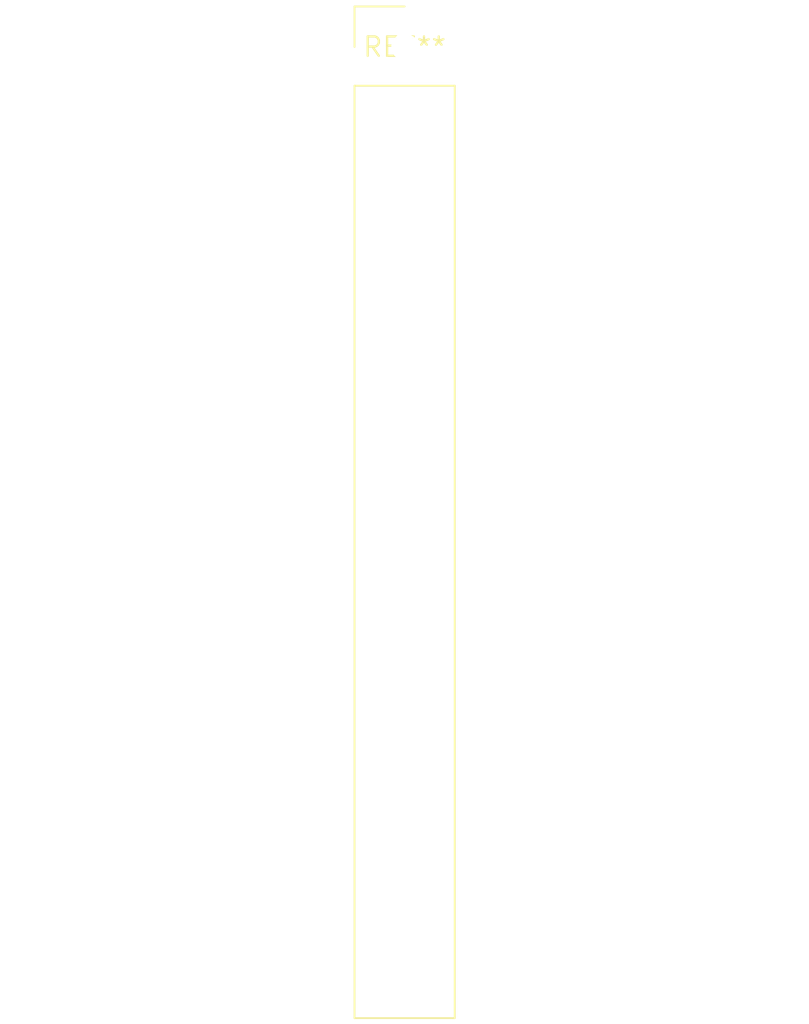
<source format=kicad_pcb>
(kicad_pcb (version 20240108) (generator pcbnew)
  (layers (0 "F.Cu" signal) (31 "B.Cu" signal) (34 "B.Paste" user) (35 "F.Paste" user) (36 "B.SilkS" user "B.Silkscreen") (37 "F.SilkS" user "F.Silkscreen") (38 "B.Mask" user) (39 "F.Mask" user) (44 "Edge.Cuts" user))
  (net 0 "")
  (footprint "Samtec_HPM-13-01-x-S_Straight_1x13_Pitch5.08mm" (layer "F.Cu") (at 0 0)
    (property "Reference" "REF**")
    (property "Value" "Samtec_HPM-13-01-x-S_Straight_1x13_Pitch5.08mm")
    (fp_line (start -3.285 -2.65) (end 0 -2.65) (layer "F.SilkS") (stroke (width 0.12)))
    (fp_line (start -3.285 0) (end -3.285 -2.65) (layer "F.SilkS") (stroke (width 0.12)))
    (fp_line (start -3.285 2.54) (end -3.285 63.61) (layer "F.SilkS") (stroke (width 0.12)))
    (fp_line (start -3.285 2.54) (end 3.285 2.54) (layer "F.SilkS") (stroke (width 0.12)))
    (fp_line (start -3.285 63.61) (end 3.285 63.61) (layer "F.SilkS") (stroke (width 0.12)))
    (fp_line (start 3.285 2.54) (end 3.285 63.61) (layer "F.SilkS") (stroke (width 0.12)))
    (pad "1" thru_hole rect (at 0 0) (size 2.8 2.8) (drill 1.75) (layers *.Cu *.Mask) (remove_unused_layers))
    (pad "2" thru_hole circle (at 0 5.08) (size 2.8 2.8) (drill 1.75) (layers *.Cu *.Mask) (remove_unused_layers))
    (pad "3" thru_hole circle (at 0 10.16) (size 2.8 2.8) (drill 1.75) (layers *.Cu *.Mask) (remove_unused_layers))
    (pad "4" thru_hole circle (at 0 15.24) (size 2.8 2.8) (drill 1.75) (layers *.Cu *.Mask) (remove_unused_layers))
    (pad "5" thru_hole circle (at 0 20.32) (size 2.8 2.8) (drill 1.75) (layers *.Cu *.Mask) (remove_unused_layers))
    (pad "6" thru_hole circle (at 0 25.4) (size 2.8 2.8) (drill 1.75) (layers *.Cu *.Mask) (remove_unused_layers))
    (pad "7" thru_hole circle (at 0 30.48) (size 2.8 2.8) (drill 1.75) (layers *.Cu *.Mask) (remove_unused_layers))
    (pad "8" thru_hole circle (at 0 35.56) (size 2.8 2.8) (drill 1.75) (layers *.Cu *.Mask) (remove_unused_layers))
    (pad "9" thru_hole circle (at 0 40.64) (size 2.8 2.8) (drill 1.75) (layers *.Cu *.Mask) (remove_unused_layers))
    (pad "10" thru_hole circle (at 0 45.72) (size 2.8 2.8) (drill 1.75) (layers *.Cu *.Mask) (remove_unused_layers))
    (pad "11" thru_hole circle (at 0 50.8) (size 2.8 2.8) (drill 1.75) (layers *.Cu *.Mask) (remove_unused_layers))
    (pad "12" thru_hole circle (at 0 55.88) (size 2.8 2.8) (drill 1.75) (layers *.Cu *.Mask) (remove_unused_layers))
    (pad "13" thru_hole circle (at 0 60.96) (size 2.8 2.8) (drill 1.75) (layers *.Cu *.Mask) (remove_unused_layers))
  )
)
</source>
